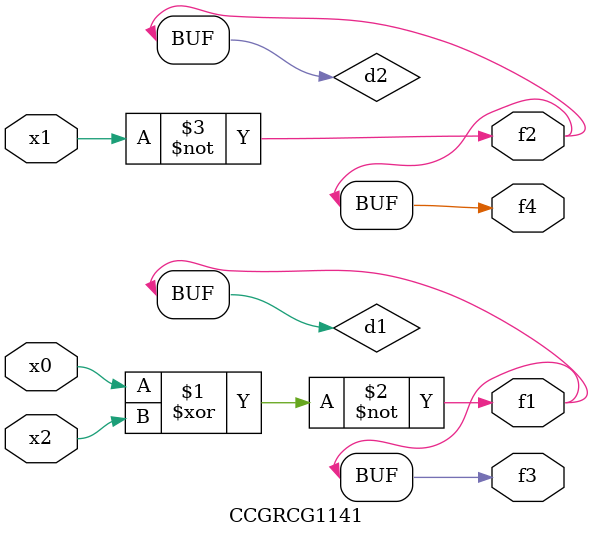
<source format=v>
module CCGRCG1141(
	input x0, x1, x2,
	output f1, f2, f3, f4
);

	wire d1, d2, d3;

	xnor (d1, x0, x2);
	nand (d2, x1);
	nor (d3, x1, x2);
	assign f1 = d1;
	assign f2 = d2;
	assign f3 = d1;
	assign f4 = d2;
endmodule

</source>
